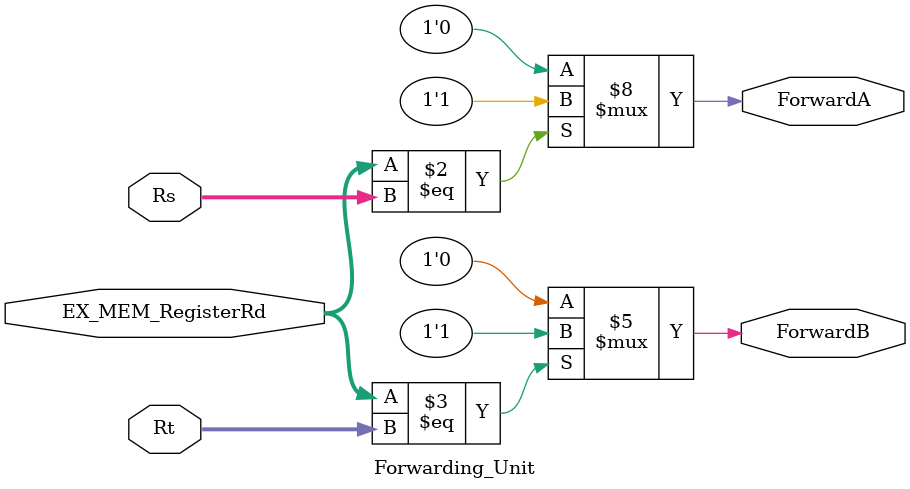
<source format=v>
`timescale 1ns / 1ps
module Forwarding_Unit(ForwardA, ForwardB, Rs, Rt, EX_MEM_RegisterRd);
    output reg ForwardA;
    output reg ForwardB;
    input [4:0] Rs;
    input [4:0] Rt;
    input [4:0] EX_MEM_RegisterRd;

always @ (Rs, Rt, EX_MEM_RegisterRd)
begin
	
	if (EX_MEM_RegisterRd == Rs)
	begin
		 ForwardA <= 1;
			$display("t=%t, Forwarding A: Rt=%b, Reg_Rd=%b, Rs=%b", $time, Rt, EX_MEM_RegisterRd, Rs);
	end
		 else ForwardA <= 0;
		
	if (EX_MEM_RegisterRd == Rt)
	begin
		 ForwardB <= 1;
		 $display("t=%t, Forwarding B: Rt=%b, Reg_Rd=%b, Rs=%b", $time, Rt, EX_MEM_RegisterRd, Rs);
	end
		 else ForwardB <= 0;
end		

endmodule

</source>
